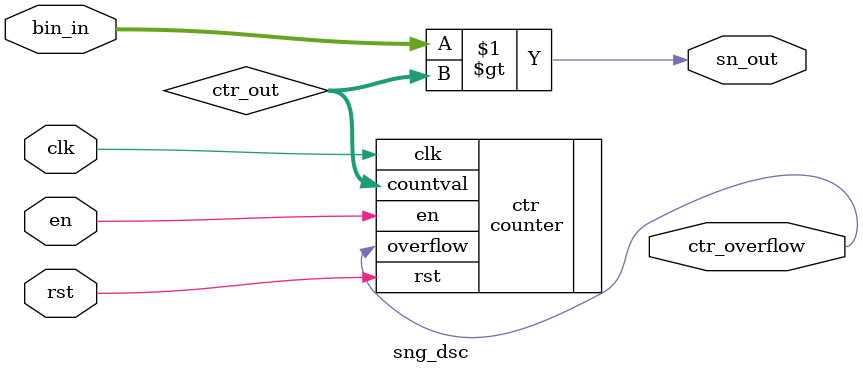
<source format=v>
`ifndef __MODULES__
`define __MODULES__

`define CLOG2(x)  \
	(x<=1)    ? 0   : \
	(x<=2)    ? 1   : \
	(x<=4)    ? 2   : \
	(x<=8)    ? 3   : \
	(x<=16)   ? 4   : \
	(x<=32)   ? 5   : \
	(x<=64)   ? 6   : \
	(x<=128)  ? 7   : \
	(x<=256)  ? 8   : \
	(x<=512)  ? 9   : \
	(x<=1024) ? 10  : -1
//
////basic counter parametrized
//module counter #(parameter WIDTH=4, parameter STRIDE=1) (
//    clk,
//    en,
//	rst,
//	overflow,
//	countval
//);
//
//	output reg [WIDTH-1:0] countval;
//	output reg             overflow;
//
//	input clk,rst,en;
//
//	always @(posedge clk or posedge rst) begin
//		if(rst) begin
//			countval <= 0;
//			overflow <= 0;
//		end else if (en) begin
//			countval <= countval + STRIDE;
//			overflow <= (&countval[WIDTH-1:`CLOG2(STRIDE)]);
//		end // else if (en)
//	end //always
//endmodule // counter
//
////counter which counts by user specified input, do not need stride for this
//module counter_input #(parameter WIDTH=4) (
//    clk,
//    en,
//	rst,
//    data_in,
//	overflow,
//	countval
//);
//
//	output reg [WIDTH-1:0] countval;
//	output reg             overflow;
//
//	input clk,rst,en;
//    input [WIDTH-1:0] data_in;
//   
//
//	always @(posedge clk or posedge rst) begin
//		if(rst) begin
//			countval <= 0;
//			overflow <= 0;
//		end else if (en) begin
//			countval <= countval + data_in;
//			overflow <= &countval;
//		end // else if (en)
//	end //always
//endmodule // counter_input

`include "counters.vh"

module FA (
  a,
  b,
  cin,
  s,
  cout
);
   input a,b,cin;
   output s,cout;

   wire   xor_int, and0_int, and1_int;

   assign xor_int = a ^ b;
   assign and0_int = xor_int & cin;
   assign and1_int = a & b;
   
   

   assign s = xor_int^cin;
   assign cout = and0_int | and1_int;
   

endmodule // FA

module HA (
  a,
  b,
  s,
  cout
);

   input a,b;
   output s,cout;

   assign s = a ^ b;
   assign cout = a & b;
   

endmodule // HA


//FIXME - parametrize this
module parallel_ctr_4in (
  a,
  y
);

   input  [3:0] a;
   output [2:0] y;

   wire         w1,w2,ha0_cout;

   FA fa0 (.a(a[1]),.b(a[2]),.cin(a[3]),.s(w1),.cout(w2));

   HA ha0 (.a(a[0]),.b(w1),.s(y[0]),.cout(ha0_cout));

   HA ha1 (.a(ha0_cout),.b(w2),.s(y[1]),.cout(y[2]));
   
   
   
endmodule // parallel_ctr_4inputs

//FIXME - parametrize this
module par_acc_4lanes #(parameter WIDTH=4) (
  clk,
  rst,
  data_in,
  countval,
  overflow                     
);

   input clk, rst;
   input [3:0] data_in;
   output [WIDTH-1:0] countval;
   output       overflow;
   

   wire [2:0]   par_acc_int;

   wire         ctr_en;

   

   parallel_ctr_4in par_ctr (
     .a(data_in),
     .y(par_acc_int)                   
   );

   //any of the bits of accumulator being 1 will trigger increment
   assign ctr_en = |par_acc_int;
   

   counter_input #(.WIDTH(WIDTH)) ctr (
     .clk(clk),
     .rst(rst),
     .en(ctr_en),
     .data_in(par_acc_int),  
     .countval(countval),
     .overflow(overflow)                     
     );
   
endmodule // par_acc_4lanes


module par_acc_8lanes #(parameter WIDTH=4) (
  clk,
  rst,
  data_in,
  countval,
  overflow                     
);

   input clk, rst;
   input [7:0] data_in;
   output [WIDTH-1:0] countval;
   output       overflow;
   

   wire [2:0]   par_acc_int0, par_acc_int1;
   wire [3:0]   par_acc_int;
   

   wire         ctr_en;

   

   parallel_ctr_4in par_ctr0 (
     .a(data_in[7:4]),
     .y(par_acc_int0)                   
   );
                              
   parallel_ctr_4in par_ctr1 (
     .a(data_in[3:0]),
     .y(par_acc_int1)                   
   );

   assign par_acc_int = par_acc_int0 + par_acc_int1;                           
                             

   //any of the bits of accumulator being 1 will trigger increment
   assign ctr_en = |par_acc_int;
   

   counter_input #(.WIDTH(WIDTH)) ctr (
     .clk(clk),
     .rst(rst),
     .en(ctr_en),
     .data_in(par_acc_int),  
     .countval(countval),
     .overflow(overflow)                     
     );
   
endmodule // par_acc_8lanes


module par_acc_16lanes #(parameter WIDTH=4) (
  clk,
  rst,
  data_in,
  countval,
  overflow                     
);

   input clk, rst;
   input [15:0] data_in;
   output [WIDTH-1:0] countval;
   output       overflow;
   

   wire [2:0]   par_acc_int0, par_acc_int1, par_acc_int2, par_acc_int3;
   wire [5:0]   par_acc_int;
   

   wire         ctr_en;

   

   parallel_ctr_4in par_ctr0 (
     .a(data_in[15:12]),
     .y(par_acc_int0)                   
   );
                              
   parallel_ctr_4in par_ctr1 (
     .a(data_in[11:8]),
     .y(par_acc_int1)                   
   );
   
   parallel_ctr_4in par_ctr2 (
     .a(data_in[7:4]),
     .y(par_acc_int2)                   
   );
                              
   parallel_ctr_4in par_ctr3 (
     .a(data_in[3:0]),
     .y(par_acc_int3)                   
   );
   

   assign par_acc_int = par_acc_int0 + par_acc_int1 + par_acc_int2 + par_acc_int3;                           
                             

   //any of the bits of accumulator being 1 will trigger increment
   assign ctr_en = |par_acc_int;
   

   counter_input #(.WIDTH(WIDTH)) ctr (
     .clk(clk),
     .rst(rst),
     .en(ctr_en),
     .data_in(par_acc_int),  
     .countval(countval),
     .overflow(overflow)                     
     );
   
endmodule // par_acc_16lanes


module par_acc_32lanes #(parameter WIDTH=4) (
  clk,
  rst,
  data_in,
  countval,
  overflow                     
);

   input clk, rst;
   input [31:0] data_in;
   output [WIDTH-1:0] countval;
   output       overflow;
   

   wire [2:0]   par_acc_int0, par_acc_int1, par_acc_int2, par_acc_int3;
   wire [2:0]   par_acc_int4, par_acc_int5, par_acc_int6, par_acc_int7;
   
   wire [6:0]   par_acc_int;
   

   wire         ctr_en;

   

   parallel_ctr_4in par_ctr0 (
     .a(data_in[31:28]),
     .y(par_acc_int0)                   
   );
                              
   parallel_ctr_4in par_ctr1 (
     .a(data_in[27:24]),
     .y(par_acc_int1)                   
   );
   
   parallel_ctr_4in par_ctr2 (
     .a(data_in[23:20]),
     .y(par_acc_int2)                   
   );
                              
   parallel_ctr_4in par_ctr3 (
     .a(data_in[19:16]),
     .y(par_acc_int3)                   
   );
   parallel_ctr_4in par_ctr4 (
     .a(data_in[15:12]),
     .y(par_acc_int4)                   
   );
                              
   parallel_ctr_4in par_ctr5 (
     .a(data_in[11:8]),
     .y(par_acc_int5)                   
   );
   
   parallel_ctr_4in par_ctr6 (
     .a(data_in[7:4]),
     .y(par_acc_int6)                   
   );
                              
   parallel_ctr_4in par_ctr7 (
     .a(data_in[3:0]),
     .y(par_acc_int7)                   
   );

   
   

   assign par_acc_int = par_acc_int0 + par_acc_int1 + par_acc_int2 + par_acc_int3 + par_acc_int4 + par_acc_int5 + par_acc_int6 + par_acc_int7;                           
                             

   //any of the bits of accumulator being 1 will trigger increment
   assign ctr_en = |par_acc_int;
   

   counter_input #(.WIDTH(WIDTH)) ctr (
     .clk(clk),
     .rst(rst),
     .en(ctr_en),
     .data_in(par_acc_int),  
     .countval(countval),
     .overflow(overflow)                     
     );
   
endmodule // par_acc_32lanes






//SNG used for DSC (counter instead of LFSR)
module sng_dsc #(parameter WIDTH=4, parameter STRIDE=1) (
	clk,
	rst,
	en,
	bin_in,
	sn_out,
	ctr_overflow
);

input 			  clk,rst,en;
input [WIDTH-1:0] bin_in;

output [STRIDE-1:0] sn_out;
output              ctr_overflow;

wire [WIDTH-1:0] ctr_out;

counter #(.WIDTH(WIDTH), .STRIDE(STRIDE)) ctr (
	.clk(clk),
	.rst(rst),
	.en(en),
	.countval(ctr_out),
	.overflow(ctr_overflow)
);

assign sn_out[0] = (bin_in > ctr_out);
   
if (STRIDE>1) begin
   assign sn_out[1] = (bin_in > (ctr_out+1));
end
if (STRIDE>2) begin
   assign sn_out[2] = (bin_in > (ctr_out+2));
   assign sn_out[3] = (bin_in > (ctr_out+3));   
end 
   
   
   
   

endmodule //sng_dsc

`endif

</source>
